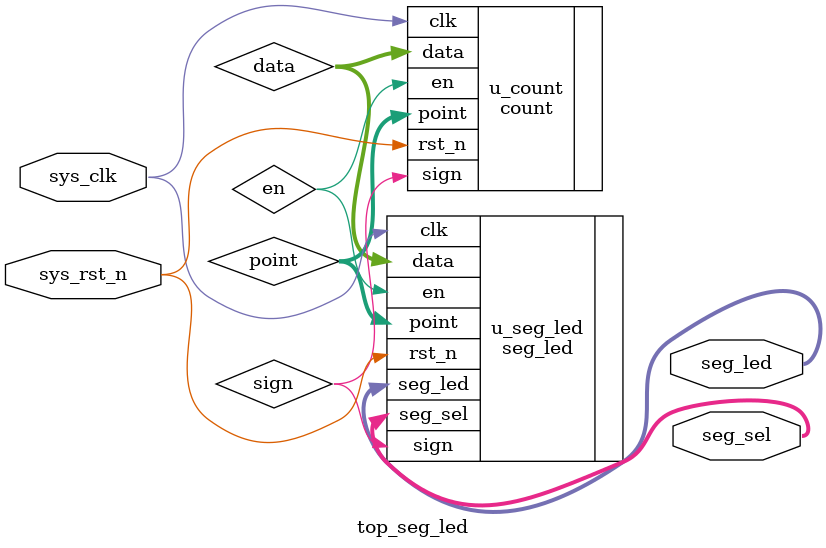
<source format=v>
module top_seg_led(
    input           sys_clk,
    input           sys_rst_n,
    output  [5:0]   seg_sel,                //数码管亮灭
    output  [7:0]   seg_led                 //数码管led亮灭
);

wire    [19:0]  data;                       //数码管数据
wire    [5:0]   point;                      //数码管小数点
wire            en;                         //数码管显示使能
wire            sign;                       //数码管符号

seg_led u_seg_led(
    .clk        (sys_clk),
    .rst_n      (sys_rst_n),
    .seg_sel    (seg_sel),                  //段选
    .seg_led    (seg_led),                  //位选
    .data       (data),
    .point      (point),
    .en         (en),
    .sign       (sign)                      //符号位，低电平显示负号
);

count u_count(
    .clk        (sys_clk),
    .rst_n      (sys_rst_n),
    .data       (data),
    .point      (point),
    .en         (en),
    .sign       (sign)
);

endmodule
</source>
